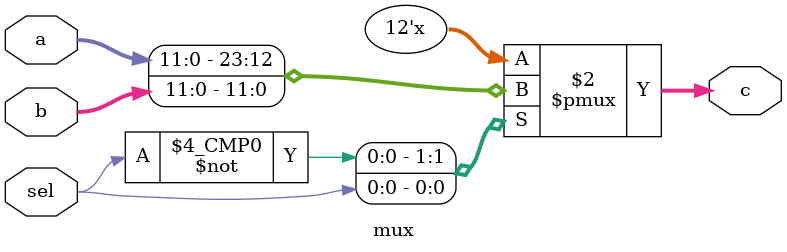
<source format=sv>
`timescale 1ns/1ps
/******************************************************************************
* (C) Copyright 2013 <Company Name> All Rights Reserved
*
* MODULE:    name
* DEVICE:
* PROJECT:
* AUTHOR:    jkoczwara
* DATE:      2020 9:51:39 PM
*
* ABSTRACT:  You can customize the file content from Window -> Preferences -> DVT -> Code Templates -> "verilog File"
*
*******************************************************************************/

module mux (
	input wire [11:0] a,
	input wire [11:0] b,
	input wire sel,
	
	output reg [11:0]  c
	
	);
	
	always @ (a or b or sel) begin
		case(sel)
			1'b0 : c = a;
			1'b1 : c = b;
		endcase
	end
		
endmodule

</source>
